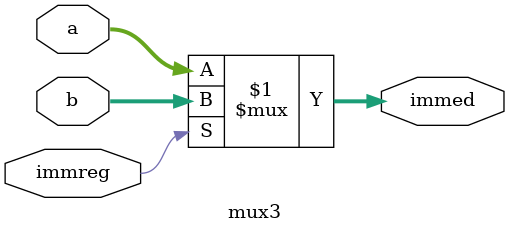
<source format=v>
module mux3 (
    input [31:0] a,
    input [31:0] b,
    input immreg,
    output [31:0] immed
);
    assign immed = immreg ? b : a;
endmodule

</source>
